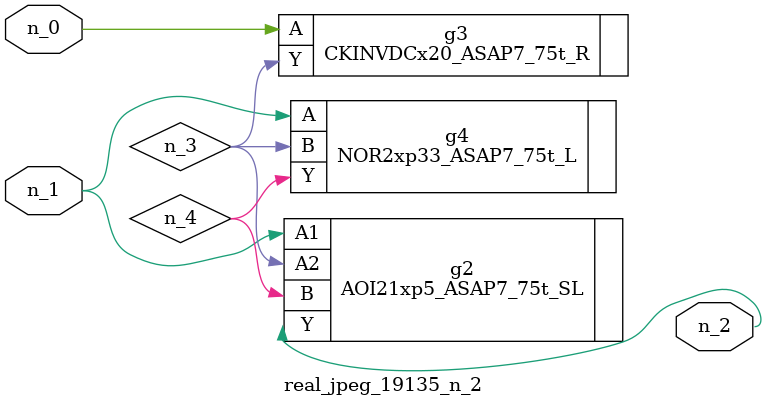
<source format=v>
module real_jpeg_19135_n_2 (n_1, n_0, n_2);

input n_1;
input n_0;

output n_2;

wire n_4;
wire n_3;

CKINVDCx20_ASAP7_75t_R g3 ( 
.A(n_0),
.Y(n_3)
);

AOI21xp5_ASAP7_75t_SL g2 ( 
.A1(n_1),
.A2(n_3),
.B(n_4),
.Y(n_2)
);

NOR2xp33_ASAP7_75t_L g4 ( 
.A(n_1),
.B(n_3),
.Y(n_4)
);


endmodule
</source>
